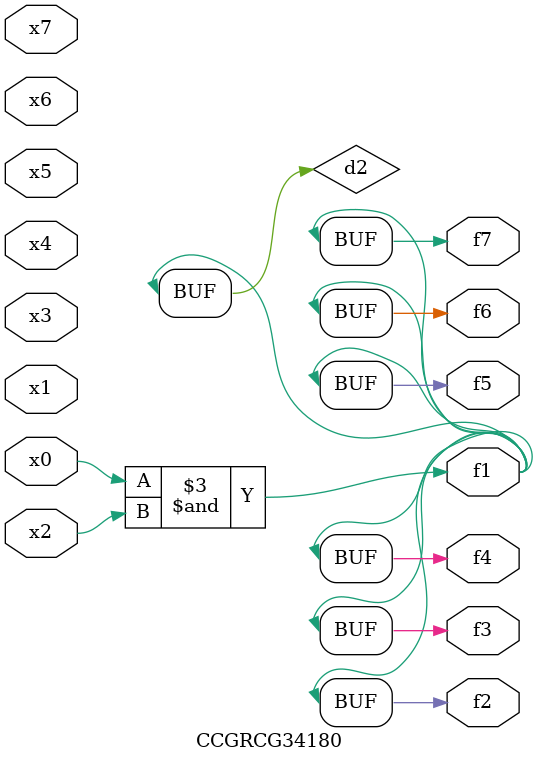
<source format=v>
module CCGRCG34180(
	input x0, x1, x2, x3, x4, x5, x6, x7,
	output f1, f2, f3, f4, f5, f6, f7
);

	wire d1, d2;

	nor (d1, x3, x6);
	and (d2, x0, x2);
	assign f1 = d2;
	assign f2 = d2;
	assign f3 = d2;
	assign f4 = d2;
	assign f5 = d2;
	assign f6 = d2;
	assign f7 = d2;
endmodule

</source>
